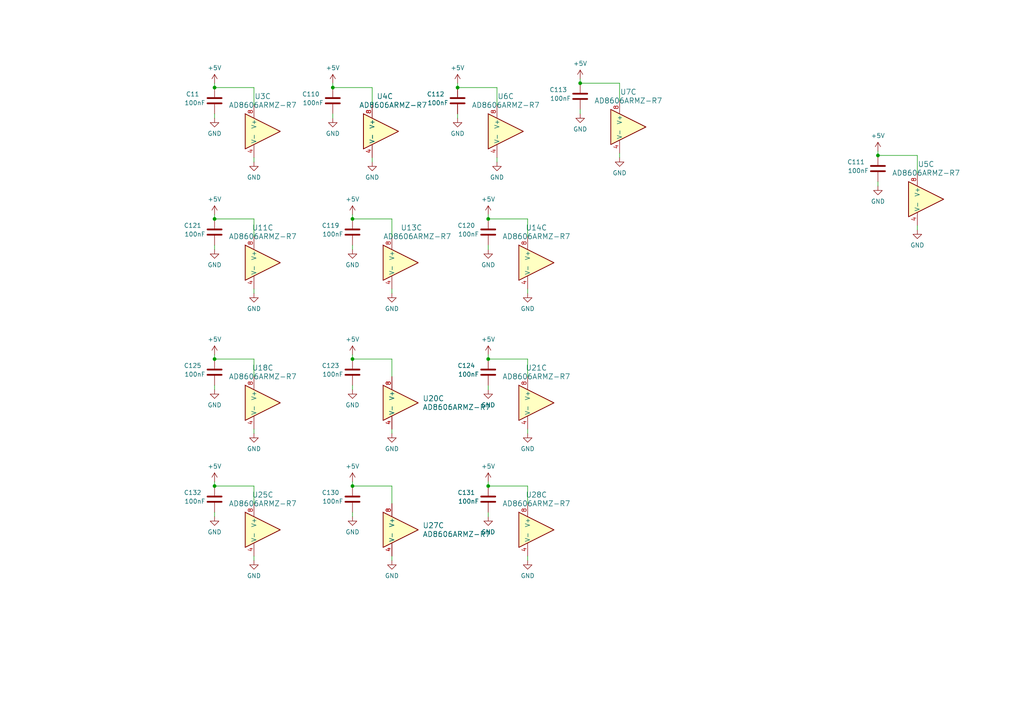
<source format=kicad_sch>
(kicad_sch (version 20231120) (generator "eeschema") (generator_version "8.0")
  (paper "A4")
  (lib_symbols
    (symbol "Amplifier_Operational:AD8606ARMZ-R7" (pin_names (offset 0.254))
      (property "Reference" "U" (at 3.81 -5.08 0))
      (property "Value" "AD8606ARMZ-R7" (at 12.7 -7.62 0))
      (symbol "AD8606ARMZ-R7_0_1"
        (polyline (pts (xy -2.54 5.08) (xy 7.62 0) (xy -2.54 -5.08) (xy -2.54 5.08)) (stroke (width 0.254)) (fill (type background)))
      )
      (symbol "AD8606ARMZ-R7_0_2"
        (pin unspecified line (at 0 0 0) (length 7.62) (name "OUTA") (number "1"))
        (pin unspecified line (at 0 -2.54 0) (length 7.62) (name "-INA") (number "2"))
        (pin unspecified line (at 0 -5.08 0) (length 7.62) (name "+INA") (number "3"))
        (pin power_in line (at 0 -7.62 0) (length 7.62) (name "V-") (number "4"))
        (pin unspecified line (at 40.64 -7.62 180) (length 7.62) (name "+INB") (number "5"))
        (pin unspecified line (at 40.64 -5.08 180) (length 7.62) (name "-INB") (number "6"))
        (pin unspecified line (at 40.64 -2.54 180) (length 7.62) (name "OUTB") (number "7"))
        (pin power_in line (at 40.64 0 180) (length 7.62) (name "V+") (number "8"))
      )
      (symbol "AD8606ARMZ-R7_1_1"
        (pin output line (at 10.16 0 180) (length 2.54) (name "~") (number "1"))
        (pin input line (at -5.08 -2.54 0) (length 2.54) (name "-") (number "2"))
        (pin input line (at -5.08 2.54 0) (length 2.54) (name "+") (number "3"))
      )
      (symbol "AD8606ARMZ-R7_1_2"
        (pin output line (at 33.02 26.67 180) (length 2.54) (name "~") (number "1"))
        (pin input line (at 17.78 24.13 0) (length 2.54) (name "-") (number "2"))
        (pin input line (at 17.78 29.21 0) (length 2.54) (name "+") (number "3"))
        (pin power_in line (at 22.86 19.05 90) (length 3.81) (name "V-") (number "4"))
        (pin power_in line (at 22.86 34.29 270) (length 3.81) (name "V+") (number "8"))
      )
      (symbol "AD8606ARMZ-R7_2_1"
        (pin input line (at -5.08 2.54 0) (length 2.54) (name "+") (number "5"))
        (pin input line (at -5.08 -2.54 0) (length 2.54) (name "-") (number "6"))
        (pin output line (at 10.16 0 180) (length 2.54) (name "~") (number "7"))
      )
      (symbol "AD8606ARMZ-R7_2_2"
        (pin output line (at 33.02 26.67 180) (length 2.54) (name "~") (number "1"))
        (pin input line (at 17.78 24.13 0) (length 2.54) (name "-") (number "2"))
        (pin input line (at 17.78 29.21 0) (length 2.54) (name "+") (number "3"))
        (pin power_in line (at 22.86 19.05 90) (length 3.81) (name "V-") (number "4"))
        (pin power_in line (at 22.86 34.29 270) (length 3.81) (name "V+") (number "8"))
      )
      (symbol "AD8606ARMZ-R7_3_1"
        (pin power_in line (at 0 -7.62 90) (length 3.81) (name "V-") (number "4"))
        (pin power_in line (at 0 7.62 270) (length 3.81) (name "V+") (number "8"))
      )
      (symbol "AD8606ARMZ-R7_3_2"
        (pin output line (at 33.02 26.67 180) (length 2.54) (name "~") (number "1"))
        (pin input line (at 17.78 24.13 0) (length 2.54) (name "-") (number "2"))
        (pin input line (at 17.78 29.21 0) (length 2.54) (name "+") (number "3"))
        (pin power_in line (at 22.86 19.05 90) (length 3.81) (name "V-") (number "4"))
        (pin power_in line (at 22.86 34.29 270) (length 3.81) (name "V+") (number "8"))
      )
    )
    (symbol "Device:C" (pin_numbers hide) (pin_names (offset 0.254))
      (property "Reference" "C" (at 0.635 2.54 0))
      (property "Value" "C" (at 0.635 -2.54 0))
      (symbol "C_0_1"
        (polyline (pts (xy -2.032 -0.762) (xy 2.032 -0.762)) (stroke (width 0.508)))
        (polyline (pts (xy -2.032 0.762) (xy 2.032 0.762)) (stroke (width 0.508)))
      )
      (symbol "C_1_1"
        (pin passive line (at 0 3.81 270) (length 2.794) (name "~") (number "1"))
        (pin passive line (at 0 -3.81 90) (length 2.794) (name "~") (number "2"))
      )
    )
    (symbol "power:+5V" (power) (pin_names (offset 0))
      (property "Value" "+5V" (at 0 3.556 0))
      (symbol "+5V_0_1"
        (polyline (pts (xy -0.762 1.27) (xy 0 2.54)))
        (polyline (pts (xy 0 0) (xy 0 2.54)))
        (polyline (pts (xy 0 2.54) (xy 0.762 1.27)))
      )
      (symbol "+5V_1_1"
        (pin power_in line (at 0 0 90) (length 0) hide (name "+5V") (number "1"))
      )
    )
    (symbol "power:GND" (power) (pin_names (offset 0))
      (property "Value" "GND" (at 0 -3.81 0))
      (symbol "GND_0_1"
        (polyline (pts (xy 0 0) (xy 0 -1.27) (xy 1.27 -1.27) (xy 0 -2.54) (xy -1.27 -1.27) (xy 0 -1.27)))
      )
      (symbol "GND_1_1"
        (pin power_in line (at 0 0 270) (length 0) hide (name "GND") (number "1"))
      )
    )
  )
  (junction (at 62.23 104.14))
  (junction (at 141.605 104.14))
  (junction (at 102.235 140.97))
  (junction (at 96.52 25.4))
  (junction (at 141.605 63.5))
  (junction (at 102.235 63.5))
  (junction (at 132.715 25.4))
  (junction (at 168.275 24.13))
  (junction (at 254.635 45.085))
  (junction (at 62.23 140.97))
  (junction (at 102.235 104.14))
  (junction (at 62.23 63.5))
  (junction (at 141.605 140.97))
  (junction (at 62.23 25.4))
  (wire (pts (xy 141.605 149.86) (xy 141.605 148.59)))
  (wire (pts (xy 144.145 46.99) (xy 144.145 45.72)))
  (wire (pts (xy 132.715 34.29) (xy 132.715 33.02)))
  (wire (pts (xy 141.605 139.7) (xy 141.605 140.97)))
  (wire (pts (xy 73.66 109.22) (xy 73.66 104.14)))
  (wire (pts (xy 73.66 140.97) (xy 62.23 140.97)))
  (wire (pts (xy 73.66 162.56) (xy 73.66 161.29)))
  (wire (pts (xy 62.23 24.13) (xy 62.23 25.4)))
  (wire (pts (xy 168.275 33.02) (xy 168.275 31.75)))
  (wire (pts (xy 73.66 85.09) (xy 73.66 83.82)))
  (wire (pts (xy 73.66 25.4) (xy 62.23 25.4)))
  (wire (pts (xy 153.035 109.22) (xy 153.035 104.14)))
  (wire (pts (xy 153.035 68.58) (xy 153.035 63.5)))
  (wire (pts (xy 113.665 140.97) (xy 102.235 140.97)))
  (wire (pts (xy 266.065 45.085) (xy 254.635 45.085)))
  (wire (pts (xy 62.23 72.39) (xy 62.23 71.12)))
  (wire (pts (xy 96.52 24.13) (xy 96.52 25.4)))
  (wire (pts (xy 113.665 125.73) (xy 113.665 124.46)))
  (wire (pts (xy 144.145 30.48) (xy 144.145 25.4)))
  (wire (pts (xy 153.035 125.73) (xy 153.035 124.46)))
  (wire (pts (xy 107.95 30.48) (xy 107.95 25.4)))
  (wire (pts (xy 62.23 139.7) (xy 62.23 140.97)))
  (wire (pts (xy 153.035 140.97) (xy 141.605 140.97)))
  (wire (pts (xy 254.635 43.815) (xy 254.635 45.085)))
  (wire (pts (xy 102.235 139.7) (xy 102.235 140.97)))
  (wire (pts (xy 153.035 63.5) (xy 141.605 63.5)))
  (wire (pts (xy 113.665 68.58) (xy 113.665 63.5)))
  (wire (pts (xy 153.035 104.14) (xy 141.605 104.14)))
  (wire (pts (xy 73.66 68.58) (xy 73.66 63.5)))
  (wire (pts (xy 113.665 109.22) (xy 113.665 104.14)))
  (wire (pts (xy 141.605 102.87) (xy 141.605 104.14)))
  (wire (pts (xy 141.605 72.39) (xy 141.605 71.12)))
  (wire (pts (xy 73.66 46.99) (xy 73.66 45.72)))
  (wire (pts (xy 102.235 102.87) (xy 102.235 104.14)))
  (wire (pts (xy 62.23 62.23) (xy 62.23 63.5)))
  (wire (pts (xy 141.605 62.23) (xy 141.605 63.5)))
  (wire (pts (xy 153.035 85.09) (xy 153.035 83.82)))
  (wire (pts (xy 266.065 66.675) (xy 266.065 65.405)))
  (wire (pts (xy 113.665 63.5) (xy 102.235 63.5)))
  (wire (pts (xy 102.235 113.03) (xy 102.235 111.76)))
  (wire (pts (xy 62.23 102.87) (xy 62.23 104.14)))
  (wire (pts (xy 96.52 34.29) (xy 96.52 33.02)))
  (wire (pts (xy 113.665 140.97) (xy 113.665 146.05)))
  (wire (pts (xy 102.235 62.23) (xy 102.235 63.5)))
  (wire (pts (xy 179.705 24.13) (xy 168.275 24.13)))
  (wire (pts (xy 73.66 63.5) (xy 62.23 63.5)))
  (wire (pts (xy 107.95 46.99) (xy 107.95 45.72)))
  (wire (pts (xy 179.705 29.21) (xy 179.705 24.13)))
  (wire (pts (xy 73.66 30.48) (xy 73.66 25.4)))
  (wire (pts (xy 113.665 162.56) (xy 113.665 161.29)))
  (wire (pts (xy 179.705 45.72) (xy 179.705 44.45)))
  (wire (pts (xy 254.635 53.975) (xy 254.635 52.705)))
  (wire (pts (xy 153.035 162.56) (xy 153.035 161.29)))
  (wire (pts (xy 113.665 85.09) (xy 113.665 83.82)))
  (wire (pts (xy 73.66 104.14) (xy 62.23 104.14)))
  (wire (pts (xy 153.035 146.05) (xy 153.035 140.97)))
  (wire (pts (xy 73.66 140.97) (xy 73.66 146.05)))
  (wire (pts (xy 144.145 25.4) (xy 132.715 25.4)))
  (wire (pts (xy 62.23 149.86) (xy 62.23 148.59)))
  (wire (pts (xy 132.715 24.13) (xy 132.715 25.4)))
  (wire (pts (xy 168.275 22.86) (xy 168.275 24.13)))
  (wire (pts (xy 266.065 50.165) (xy 266.065 45.085)))
  (wire (pts (xy 73.66 125.73) (xy 73.66 124.46)))
  (wire (pts (xy 62.23 34.29) (xy 62.23 33.02)))
  (wire (pts (xy 107.95 25.4) (xy 96.52 25.4)))
  (wire (pts (xy 102.235 72.39) (xy 102.235 71.12)))
  (wire (pts (xy 102.235 149.86) (xy 102.235 148.59)))
  (wire (pts (xy 62.23 113.03) (xy 62.23 111.76)))
  (wire (pts (xy 113.665 104.14) (xy 102.235 104.14)))
  (wire (pts (xy 141.605 113.03) (xy 141.605 111.76)))
  (symbol (lib_id "power:GND") (at 132.715 34.29 0) (unit 1)
    (property "Reference" "#PWR0224" (effects (hide yes)))
    (property "Value" "GND" (at 132.715 38.735 0))
  )
  (symbol (lib_id "Amplifier_Operational:AD8606ARMZ-R7") (at 73.66 153.67 0) (unit 3)
    (property "Reference" "U25" (at 76.2 143.51 0) (effects (font (size 1.524 1.524))))
    (property "Value" "AD8606ARMZ-R7" (at 76.2 146.05 0) (effects (font (size 1.524 1.524))))
    (property "Footprint" "Package_SO:AD8606ARMZ" (effects (hide yes)))
    (property "Datasheet" "AD8606ARMZ-R7" (effects (hide yes)))
    (property "JLCPCB Price" "2.172" (effects (hide yes)))
    (property "JLCPCB Type" "Extended" (effects (hide yes)))
    (property "LCSC Part #" "C408833" (effects (hide yes)))
  )
  (symbol (lib_id "power:GND") (at 96.52 34.29 0) (unit 1)
    (property "Reference" "#PWR0220" (effects (hide yes)))
    (property "Value" "GND" (at 96.52 38.735 0))
  )
  (symbol (lib_id "power:GND") (at 254.635 53.975 0) (unit 1)
    (property "Reference" "#PWR0222" (effects (hide yes)))
    (property "Value" "GND" (at 254.635 58.42 0))
  )
  (symbol (lib_id "power:GND") (at 73.66 85.09 0) (unit 1)
    (property "Reference" "#PWR0255" (effects (hide yes)))
    (property "Value" "GND" (at 73.66 89.535 0))
  )
  (symbol (lib_id "power:+5V") (at 141.605 62.23 0) (unit 1)
    (property "Reference" "#PWR0242" (effects (hide yes)))
    (property "Value" "+5V" (at 141.605 57.785 0))
  )
  (symbol (lib_id "power:GND") (at 113.665 162.56 0) (unit 1)
    (property "Reference" "#PWR0287" (effects (hide yes)))
    (property "Value" "GND" (at 113.665 167.005 0))
  )
  (symbol (lib_id "Device:C") (at 96.52 29.21 180) (unit 1)
    (property "Reference" "C110" (at 90.17 27.305 0))
    (property "Value" "100nF" (at 90.805 29.845 0))
    (property "Footprint" "Capacitor_SMD:C_0603_1608Metric_Pad1.08x0.95mm_HandSolder" (effects (hide yes)))
    (property "JLCPCB Price" "0.0022" (effects (hide yes)))
    (property "JLCPCB Type" "Basic" (effects (hide yes)))
    (property "LCSC Part #" "C14663" (effects (hide yes)))
  )
  (symbol (lib_id "power:GND") (at 62.23 149.86 0) (unit 1)
    (property "Reference" "#PWR0282" (effects (hide yes)))
    (property "Value" "GND" (at 62.23 154.305 0))
  )
  (symbol (lib_id "power:+5V") (at 168.275 22.86 0) (unit 1)
    (property "Reference" "#PWR0225" (effects (hide yes)))
    (property "Value" "+5V" (at 168.275 18.415 0))
  )
  (symbol (lib_id "power:+5V") (at 62.23 102.87 0) (unit 1)
    (property "Reference" "#PWR0257" (effects (hide yes)))
    (property "Value" "+5V" (at 62.23 98.425 0))
  )
  (symbol (lib_id "Device:C") (at 62.23 29.21 180) (unit 1)
    (property "Reference" "C11" (at 55.88 27.305 0))
    (property "Value" "100nF" (at 56.515 29.845 0))
    (property "Footprint" "Capacitor_SMD:C_0603_1608Metric_Pad1.08x0.95mm_HandSolder" (effects (hide yes)))
    (property "JLCPCB Price" "0.0022" (effects (hide yes)))
    (property "JLCPCB Type" "Basic" (effects (hide yes)))
    (property "LCSC Part #" "C14663" (effects (hide yes)))
  )
  (symbol (lib_id "power:GND") (at 144.145 46.99 0) (unit 1)
    (property "Reference" "#PWR0232" (effects (hide yes)))
    (property "Value" "GND" (at 144.145 51.435 0))
  )
  (symbol (lib_id "power:GND") (at 73.66 46.99 0) (unit 1)
    (property "Reference" "#PWR0229" (effects (hide yes)))
    (property "Value" "GND" (at 73.66 51.435 0))
  )
  (symbol (lib_id "Amplifier_Operational:AD8606ARMZ-R7") (at 113.665 116.84 0) (unit 3)
    (property "Reference" "U20" (at 122.555 115.57 0) (effects (font (size 1.524 1.524)) (justify left)))
    (property "Value" "AD8606ARMZ-R7" (at 122.555 118.11 0) (effects (font (size 1.524 1.524)) (justify left)))
    (property "Footprint" "Package_SO:AD8606ARMZ" (effects (hide yes)))
    (property "Datasheet" "AD8606ARMZ-R7" (effects (hide yes)))
    (property "JLCPCB Price" "2.172" (effects (hide yes)))
    (property "JLCPCB Type" "Extended" (effects (hide yes)))
    (property "LCSC Part #" "C408833" (effects (hide yes)))
  )
  (symbol (lib_id "power:+5V") (at 254.635 43.815 0) (unit 1)
    (property "Reference" "#PWR0221" (effects (hide yes)))
    (property "Value" "+5V" (at 254.635 39.37 0))
  )
  (symbol (lib_id "power:+5V") (at 141.605 102.87 0) (unit 1)
    (property "Reference" "#PWR0252" (effects (hide yes)))
    (property "Value" "+5V" (at 141.605 98.425 0))
  )
  (symbol (lib_id "Device:C") (at 62.23 107.95 180) (unit 1)
    (property "Reference" "C125" (at 55.88 106.045 0))
    (property "Value" "100nF" (at 56.515 108.585 0))
    (property "Footprint" "Capacitor_SMD:C_0603_1608Metric_Pad1.08x0.95mm_HandSolder" (effects (hide yes)))
    (property "JLCPCB Price" "0.0022" (effects (hide yes)))
    (property "JLCPCB Type" "Basic" (effects (hide yes)))
    (property "LCSC Part #" "C14663" (effects (hide yes)))
  )
  (symbol (lib_id "power:GND") (at 62.23 72.39 0) (unit 1)
    (property "Reference" "#PWR0249" (effects (hide yes)))
    (property "Value" "GND" (at 62.23 76.835 0))
  )
  (symbol (lib_id "Amplifier_Operational:AD8606ARMZ-R7") (at 144.145 38.1 0) (unit 3)
    (property "Reference" "U6" (at 146.685 27.94 0) (effects (font (size 1.524 1.524))))
    (property "Value" "AD8606ARMZ-R7" (at 146.685 30.48 0) (effects (font (size 1.524 1.524))))
    (property "Footprint" "Package_SO:AD8606ARMZ" (effects (hide yes)))
    (property "Datasheet" "AD8606ARMZ-R7" (effects (hide yes)))
    (property "JLCPCB Price" "2.172" (effects (hide yes)))
    (property "JLCPCB Type" "Extended" (effects (hide yes)))
    (property "LCSC Part #" "C408833" (effects (hide yes)))
  )
  (symbol (lib_id "Amplifier_Operational:AD8606ARMZ-R7") (at 153.035 153.67 0) (unit 3)
    (property "Reference" "U28" (at 155.575 143.51 0) (effects (font (size 1.524 1.524))))
    (property "Value" "AD8606ARMZ-R7" (at 155.575 146.05 0) (effects (font (size 1.524 1.524))))
    (property "Footprint" "Package_SO:AD8606ARMZ" (effects (hide yes)))
    (property "Datasheet" "AD8606ARMZ-R7" (effects (hide yes)))
    (property "JLCPCB Price" "2.172" (effects (hide yes)))
    (property "JLCPCB Type" "Extended" (effects (hide yes)))
    (property "LCSC Part #" "C408833" (effects (hide yes)))
  )
  (symbol (lib_id "Device:C") (at 102.235 67.31 180) (unit 1)
    (property "Reference" "C119" (at 95.885 65.405 0))
    (property "Value" "100nF" (at 96.52 67.945 0))
    (property "Footprint" "Capacitor_SMD:C_0603_1608Metric_Pad1.08x0.95mm_HandSolder" (effects (hide yes)))
    (property "JLCPCB Price" "0.0022" (effects (hide yes)))
    (property "JLCPCB Type" "Basic" (effects (hide yes)))
    (property "LCSC Part #" "C14663" (effects (hide yes)))
  )
  (symbol (lib_id "Device:C") (at 132.715 29.21 180) (unit 1)
    (property "Reference" "C112" (at 126.365 27.305 0))
    (property "Value" "100nF" (at 127 29.845 0))
    (property "Footprint" "Capacitor_SMD:C_0603_1608Metric_Pad1.08x0.95mm_HandSolder" (effects (hide yes)))
    (property "JLCPCB Price" "0.0022" (effects (hide yes)))
    (property "JLCPCB Type" "Basic" (effects (hide yes)))
    (property "LCSC Part #" "C14663" (effects (hide yes)))
  )
  (symbol (lib_id "power:+5V") (at 141.605 139.7 0) (unit 1)
    (property "Reference" "#PWR0275" (effects (hide yes)))
    (property "Value" "+5V" (at 141.605 135.255 0))
  )
  (symbol (lib_id "Device:C") (at 141.605 107.95 180) (unit 1)
    (property "Reference" "C124" (at 135.255 106.045 0))
    (property "Value" "100nF" (at 135.89 108.585 0))
    (property "Footprint" "Capacitor_SMD:C_0603_1608Metric_Pad1.08x0.95mm_HandSolder" (effects (hide yes)))
    (property "JLCPCB Price" "0.0022" (effects (hide yes)))
    (property "JLCPCB Type" "Basic" (effects (hide yes)))
    (property "LCSC Part #" "C14663" (effects (hide yes)))
  )
  (symbol (lib_id "Amplifier_Operational:AD8606ARMZ-R7") (at 107.95 38.1 0) (unit 3)
    (property "Reference" "U4" (at 109.22 27.94 0) (effects (font (size 1.524 1.524)) (justify left)))
    (property "Value" "AD8606ARMZ-R7" (at 104.14 30.48 0) (effects (font (size 1.524 1.524)) (justify left)))
    (property "Footprint" "Package_SO:AD8606ARMZ" (effects (hide yes)))
    (property "Datasheet" "AD8606ARMZ-R7" (effects (hide yes)))
    (property "JLCPCB Price" "2.172" (effects (hide yes)))
    (property "JLCPCB Type" "Extended" (effects (hide yes)))
    (property "LCSC Part #" "C408833" (effects (hide yes)))
  )
  (symbol (lib_id "Amplifier_Operational:AD8606ARMZ-R7") (at 73.66 76.2 0) (unit 3)
    (property "Reference" "U11" (at 76.2 66.04 0) (effects (font (size 1.524 1.524))))
    (property "Value" "AD8606ARMZ-R7" (at 76.2 68.58 0) (effects (font (size 1.524 1.524))))
    (property "Footprint" "Package_SO:AD8606ARMZ" (effects (hide yes)))
    (property "Datasheet" "AD8606ARMZ-R7" (effects (hide yes)))
    (property "JLCPCB Price" "2.172" (effects (hide yes)))
    (property "JLCPCB Type" "Extended" (effects (hide yes)))
    (property "LCSC Part #" "C408833" (effects (hide yes)))
  )
  (symbol (lib_id "power:GND") (at 179.705 45.72 0) (unit 1)
    (property "Reference" "#PWR0233" (effects (hide yes)))
    (property "Value" "GND" (at 179.705 50.165 0))
  )
  (symbol (lib_id "Device:C") (at 102.235 107.95 180) (unit 1)
    (property "Reference" "C123" (at 95.885 106.045 0))
    (property "Value" "100nF" (at 96.52 108.585 0))
    (property "Footprint" "Capacitor_SMD:C_0603_1608Metric_Pad1.08x0.95mm_HandSolder" (effects (hide yes)))
    (property "JLCPCB Price" "0.0022" (effects (hide yes)))
    (property "JLCPCB Type" "Basic" (effects (hide yes)))
    (property "LCSC Part #" "C14663" (effects (hide yes)))
  )
  (symbol (lib_id "power:+5V") (at 62.23 24.13 0) (unit 1)
    (property "Reference" "#PWR021" (effects (hide yes)))
    (property "Value" "+5V" (at 62.23 19.685 0))
  )
  (symbol (lib_id "power:GND") (at 102.235 149.86 0) (unit 1)
    (property "Reference" "#PWR0280" (effects (hide yes)))
    (property "Value" "GND" (at 102.235 154.305 0))
  )
  (symbol (lib_id "Device:C") (at 62.23 144.78 180) (unit 1)
    (property "Reference" "C132" (at 55.88 142.875 0))
    (property "Value" "100nF" (at 56.515 145.415 0))
    (property "Footprint" "Capacitor_SMD:C_0603_1608Metric_Pad1.08x0.95mm_HandSolder" (effects (hide yes)))
    (property "JLCPCB Price" "0.0022" (effects (hide yes)))
    (property "JLCPCB Type" "Basic" (effects (hide yes)))
    (property "LCSC Part #" "C14663" (effects (hide yes)))
  )
  (symbol (lib_id "Device:C") (at 141.605 67.31 180) (unit 1)
    (property "Reference" "C120" (at 135.255 65.405 0))
    (property "Value" "100nF" (at 135.89 67.945 0))
    (property "Footprint" "Capacitor_SMD:C_0603_1608Metric_Pad1.08x0.95mm_HandSolder" (effects (hide yes)))
    (property "JLCPCB Price" "0.0022" (effects (hide yes)))
    (property "JLCPCB Type" "Basic" (effects (hide yes)))
    (property "LCSC Part #" "C14663" (effects (hide yes)))
  )
  (symbol (lib_id "Amplifier_Operational:AD8606ARMZ-R7") (at 153.035 76.2 0) (unit 3)
    (property "Reference" "U14" (at 155.575 66.04 0) (effects (font (size 1.524 1.524))))
    (property "Value" "AD8606ARMZ-R7" (at 155.575 68.58 0) (effects (font (size 1.524 1.524))))
    (property "Footprint" "Package_SO:AD8606ARMZ" (effects (hide yes)))
    (property "Datasheet" "AD8606ARMZ-R7" (effects (hide yes)))
    (property "JLCPCB Price" "2.172" (effects (hide yes)))
    (property "JLCPCB Type" "Extended" (effects (hide yes)))
    (property "LCSC Part #" "C408833" (effects (hide yes)))
  )
  (symbol (lib_id "power:GND") (at 62.23 34.29 0) (unit 1)
    (property "Reference" "#PWR022" (effects (hide yes)))
    (property "Value" "GND" (at 62.23 38.735 0))
  )
  (symbol (lib_id "power:+5V") (at 102.235 62.23 0) (unit 1)
    (property "Reference" "#PWR0241" (effects (hide yes)))
    (property "Value" "+5V" (at 102.235 57.785 0))
  )
  (symbol (lib_id "power:GND") (at 102.235 72.39 0) (unit 1)
    (property "Reference" "#PWR0247" (effects (hide yes)))
    (property "Value" "GND" (at 102.235 76.835 0))
  )
  (symbol (lib_id "power:+5V") (at 102.235 102.87 0) (unit 1)
    (property "Reference" "#PWR0246" (effects (hide yes)))
    (property "Value" "+5V" (at 102.235 98.425 0))
  )
  (symbol (lib_id "power:GND") (at 113.665 125.73 0) (unit 1)
    (property "Reference" "#PWR0268" (effects (hide yes)))
    (property "Value" "GND" (at 113.665 130.175 0))
  )
  (symbol (lib_id "Amplifier_Operational:AD8606ARMZ-R7") (at 153.035 116.84 0) (unit 3)
    (property "Reference" "U21" (at 155.575 106.68 0) (effects (font (size 1.524 1.524))))
    (property "Value" "AD8606ARMZ-R7" (at 155.575 109.22 0) (effects (font (size 1.524 1.524))))
    (property "Footprint" "Package_SO:AD8606ARMZ" (effects (hide yes)))
    (property "Datasheet" "AD8606ARMZ-R7" (effects (hide yes)))
    (property "JLCPCB Price" "2.172" (effects (hide yes)))
    (property "JLCPCB Type" "Extended" (effects (hide yes)))
    (property "LCSC Part #" "C408833" (effects (hide yes)))
  )
  (symbol (lib_id "power:GND") (at 102.235 113.03 0) (unit 1)
    (property "Reference" "#PWR0261" (effects (hide yes)))
    (property "Value" "GND" (at 102.235 117.475 0))
  )
  (symbol (lib_id "power:GND") (at 141.605 149.86 0) (unit 1)
    (property "Reference" "#PWR0281" (effects (hide yes)))
    (property "Value" "GND" (at 141.605 154.305 0))
  )
  (symbol (lib_id "power:GND") (at 141.605 72.39 0) (unit 1)
    (property "Reference" "#PWR0248" (effects (hide yes)))
    (property "Value" "GND" (at 141.605 76.835 0))
  )
  (symbol (lib_id "Device:C") (at 168.275 27.94 180) (unit 1)
    (property "Reference" "C113" (at 161.925 26.035 0))
    (property "Value" "100nF" (at 162.56 28.575 0))
    (property "Footprint" "Capacitor_SMD:C_0603_1608Metric_Pad1.08x0.95mm_HandSolder" (effects (hide yes)))
    (property "JLCPCB Price" "0.0022" (effects (hide yes)))
    (property "JLCPCB Type" "Basic" (effects (hide yes)))
    (property "LCSC Part #" "C14663" (effects (hide yes)))
  )
  (symbol (lib_id "Amplifier_Operational:AD8606ARMZ-R7") (at 266.065 57.785 0) (unit 3)
    (property "Reference" "U5" (at 268.605 47.625 0) (effects (font (size 1.524 1.524))))
    (property "Value" "AD8606ARMZ-R7" (at 268.605 50.165 0) (effects (font (size 1.524 1.524))))
    (property "Footprint" "Package_SO:AD8606ARMZ" (effects (hide yes)))
    (property "Datasheet" "AD8606ARMZ-R7" (effects (hide yes)))
    (property "JLCPCB Price" "2.172" (effects (hide yes)))
    (property "JLCPCB Type" "Extended" (effects (hide yes)))
    (property "LCSC Part #" "C408833" (effects (hide yes)))
  )
  (symbol (lib_id "power:GND") (at 62.23 113.03 0) (unit 1)
    (property "Reference" "#PWR0263" (effects (hide yes)))
    (property "Value" "GND" (at 62.23 117.475 0))
  )
  (symbol (lib_id "power:GND") (at 107.95 46.99 0) (unit 1)
    (property "Reference" "#PWR0230" (effects (hide yes)))
    (property "Value" "GND" (at 107.95 51.435 0))
  )
  (symbol (lib_id "power:GND") (at 153.035 85.09 0) (unit 1)
    (property "Reference" "#PWR0254" (effects (hide yes)))
    (property "Value" "GND" (at 153.035 89.535 0))
  )
  (symbol (lib_id "power:+5V") (at 132.715 24.13 0) (unit 1)
    (property "Reference" "#PWR0223" (effects (hide yes)))
    (property "Value" "+5V" (at 132.715 19.685 0))
  )
  (symbol (lib_id "Device:C") (at 141.605 144.78 180) (unit 1)
    (property "Reference" "C131" (at 135.255 142.875 0))
    (property "Value" "100nF" (at 135.89 145.415 0))
    (property "Footprint" "Capacitor_SMD:C_0603_1608Metric_Pad1.08x0.95mm_HandSolder" (effects (hide yes)))
    (property "JLCPCB Price" "0.0022" (effects (hide yes)))
    (property "JLCPCB Type" "Basic" (effects (hide yes)))
    (property "LCSC Part #" "C14663" (effects (hide yes)))
  )
  (symbol (lib_id "power:GND") (at 153.035 125.73 0) (unit 1)
    (property "Reference" "#PWR0269" (effects (hide yes)))
    (property "Value" "GND" (at 153.035 130.175 0))
  )
  (symbol (lib_id "power:GND") (at 73.66 125.73 0) (unit 1)
    (property "Reference" "#PWR0270" (effects (hide yes)))
    (property "Value" "GND" (at 73.66 130.175 0))
  )
  (symbol (lib_id "power:GND") (at 73.66 162.56 0) (unit 1)
    (property "Reference" "#PWR0289" (effects (hide yes)))
    (property "Value" "GND" (at 73.66 167.005 0))
  )
  (symbol (lib_id "Amplifier_Operational:AD8606ARMZ-R7") (at 73.66 38.1 0) (unit 3)
    (property "Reference" "U3" (at 76.2 27.94 0) (effects (font (size 1.524 1.524))))
    (property "Value" "AD8606ARMZ-R7" (at 76.2 30.48 0) (effects (font (size 1.524 1.524))))
    (property "Footprint" "Package_SO:AD8606ARMZ" (effects (hide yes)))
    (property "Datasheet" "AD8606ARMZ-R7" (effects (hide yes)))
    (property "JLCPCB Price" "2.172" (effects (hide yes)))
    (property "JLCPCB Type" "Extended" (effects (hide yes)))
    (property "LCSC Part #" "C408833" (effects (hide yes)))
  )
  (symbol (lib_id "power:GND") (at 168.275 33.02 0) (unit 1)
    (property "Reference" "#PWR0226" (effects (hide yes)))
    (property "Value" "GND" (at 168.275 37.465 0))
  )
  (symbol (lib_id "power:GND") (at 141.605 113.03 0) (unit 1)
    (property "Reference" "#PWR0262" (effects (hide yes)))
    (property "Value" "GND" (at 141.605 117.475 0))
  )
  (symbol (lib_id "Amplifier_Operational:AD8606ARMZ-R7") (at 113.665 76.2 0) (unit 3)
    (property "Reference" "U13" (at 116.205 66.04 0) (effects (font (size 1.524 1.524)) (justify left)))
    (property "Value" "AD8606ARMZ-R7" (at 111.125 68.58 0) (effects (font (size 1.524 1.524)) (justify left)))
    (property "Footprint" "Package_SO:AD8606ARMZ" (effects (hide yes)))
    (property "Datasheet" "AD8606ARMZ-R7" (effects (hide yes)))
    (property "JLCPCB Price" "2.172" (effects (hide yes)))
    (property "JLCPCB Type" "Extended" (effects (hide yes)))
    (property "LCSC Part #" "C408833" (effects (hide yes)))
  )
  (symbol (lib_id "Device:C") (at 62.23 67.31 180) (unit 1)
    (property "Reference" "C121" (at 55.88 65.405 0))
    (property "Value" "100nF" (at 56.515 67.945 0))
    (property "Footprint" "Capacitor_SMD:C_0603_1608Metric_Pad1.08x0.95mm_HandSolder" (effects (hide yes)))
    (property "JLCPCB Price" "0.0022" (effects (hide yes)))
    (property "JLCPCB Type" "Basic" (effects (hide yes)))
    (property "LCSC Part #" "C14663" (effects (hide yes)))
  )
  (symbol (lib_id "Amplifier_Operational:AD8606ARMZ-R7") (at 113.665 153.67 0) (unit 3)
    (property "Reference" "U27" (at 122.555 152.4 0) (effects (font (size 1.524 1.524)) (justify left)))
    (property "Value" "AD8606ARMZ-R7" (at 122.555 154.94 0) (effects (font (size 1.524 1.524)) (justify left)))
    (property "Footprint" "Package_SO:AD8606ARMZ" (effects (hide yes)))
    (property "Datasheet" "AD8606ARMZ-R7" (effects (hide yes)))
    (property "JLCPCB Price" "2.172" (effects (hide yes)))
    (property "JLCPCB Type" "Extended" (effects (hide yes)))
    (property "LCSC Part #" "C408833" (effects (hide yes)))
  )
  (symbol (lib_id "power:+5V") (at 62.23 139.7 0) (unit 1)
    (property "Reference" "#PWR0276" (effects (hide yes)))
    (property "Value" "+5V" (at 62.23 135.255 0))
  )
  (symbol (lib_id "Device:C") (at 102.235 144.78 180) (unit 1)
    (property "Reference" "C130" (at 95.885 142.875 0))
    (property "Value" "100nF" (at 96.52 145.415 0))
    (property "Footprint" "Capacitor_SMD:C_0603_1608Metric_Pad1.08x0.95mm_HandSolder" (effects (hide yes)))
    (property "JLCPCB Price" "0.0022" (effects (hide yes)))
    (property "JLCPCB Type" "Basic" (effects (hide yes)))
    (property "LCSC Part #" "C14663" (effects (hide yes)))
  )
  (symbol (lib_id "power:+5V") (at 96.52 24.13 0) (unit 1)
    (property "Reference" "#PWR023" (effects (hide yes)))
    (property "Value" "+5V" (at 96.52 19.685 0))
  )
  (symbol (lib_id "power:GND") (at 266.065 66.675 0) (unit 1)
    (property "Reference" "#PWR0231" (effects (hide yes)))
    (property "Value" "GND" (at 266.065 71.12 0))
  )
  (symbol (lib_id "Device:C") (at 254.635 48.895 180) (unit 1)
    (property "Reference" "C111" (at 248.285 46.99 0))
    (property "Value" "100nF" (at 248.92 49.53 0))
    (property "Footprint" "Capacitor_SMD:C_0603_1608Metric_Pad1.08x0.95mm_HandSolder" (effects (hide yes)))
    (property "JLCPCB Price" "0.0022" (effects (hide yes)))
    (property "JLCPCB Type" "Basic" (effects (hide yes)))
    (property "LCSC Part #" "C14663" (effects (hide yes)))
  )
  (symbol (lib_id "Amplifier_Operational:AD8606ARMZ-R7") (at 73.66 116.84 0) (unit 3)
    (property "Reference" "U18" (at 76.2 106.68 0) (effects (font (size 1.524 1.524))))
    (property "Value" "AD8606ARMZ-R7" (at 76.2 109.22 0) (effects (font (size 1.524 1.524))))
    (property "Footprint" "Package_SO:AD8606ARMZ" (effects (hide yes)))
    (property "Datasheet" "AD8606ARMZ-R7" (effects (hide yes)))
    (property "JLCPCB Price" "2.172" (effects (hide yes)))
    (property "JLCPCB Type" "Extended" (effects (hide yes)))
    (property "LCSC Part #" "C408833" (effects (hide yes)))
  )
  (symbol (lib_id "Amplifier_Operational:AD8606ARMZ-R7") (at 179.705 36.83 0) (unit 3)
    (property "Reference" "U7" (at 182.245 26.67 0) (effects (font (size 1.524 1.524))))
    (property "Value" "AD8606ARMZ-R7" (at 182.245 29.21 0) (effects (font (size 1.524 1.524))))
    (property "Footprint" "Package_SO:AD8606ARMZ" (effects (hide yes)))
    (property "Datasheet" "AD8606ARMZ-R7" (effects (hide yes)))
    (property "JLCPCB Price" "2.172" (effects (hide yes)))
    (property "JLCPCB Type" "Extended" (effects (hide yes)))
    (property "LCSC Part #" "C408833" (effects (hide yes)))
  )
  (symbol (lib_id "power:GND") (at 113.665 85.09 0) (unit 1)
    (property "Reference" "#PWR0253" (effects (hide yes)))
    (property "Value" "GND" (at 113.665 89.535 0))
  )
  (symbol (lib_id "power:+5V") (at 102.235 139.7 0) (unit 1)
    (property "Reference" "#PWR0274" (effects (hide yes)))
    (property "Value" "+5V" (at 102.235 135.255 0))
  )
  (symbol (lib_id "power:+5V") (at 62.23 62.23 0) (unit 1)
    (property "Reference" "#PWR0243" (effects (hide yes)))
    (property "Value" "+5V" (at 62.23 57.785 0))
  )
  (symbol (lib_id "power:GND") (at 153.035 162.56 0) (unit 1)
    (property "Reference" "#PWR0288" (effects (hide yes)))
    (property "Value" "GND" (at 153.035 167.005 0))
  )
)
</source>
